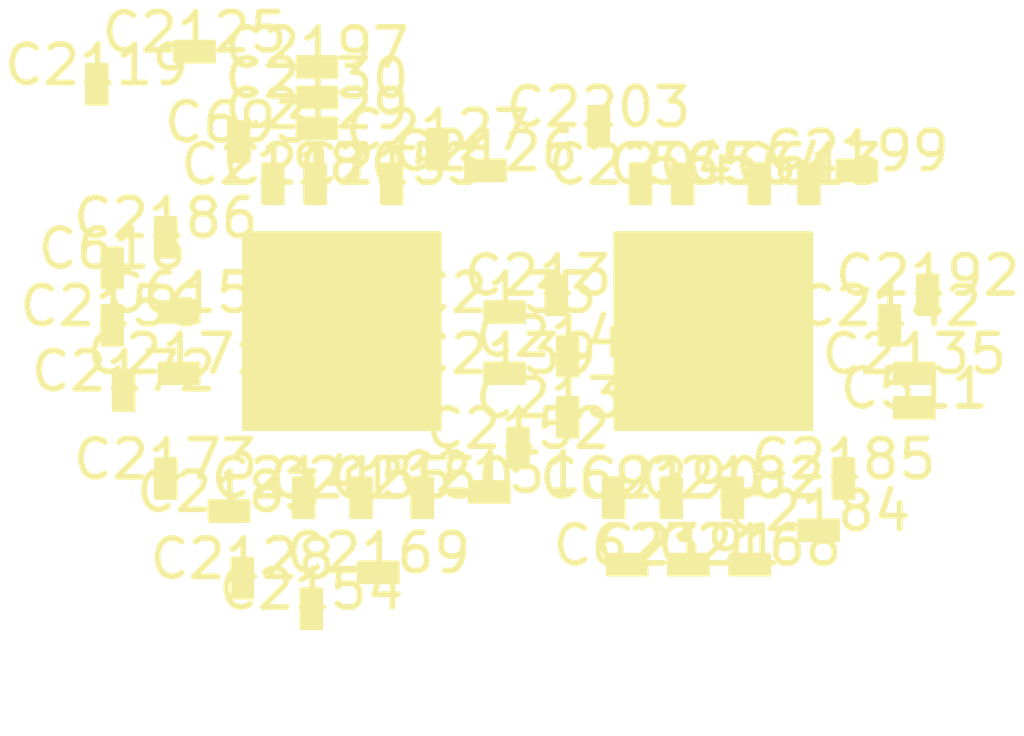
<source format=kicad_pcb>
(kicad_pcb (version 20211014) (generator kiutils)
  (layers (0 "F.Cu" signal) (31 "B.Cu" signal) (34 "B.Paste" user) (35 "F.Paste" user) (36 "B.SilkS" user "B.Silkscreen") (37 "F.SilkS" user "F.Silkscreen") (38 "B.Mask" user) (39 "F.Mask" user) (44 "Edge.Cuts" user))
  (net 0 "")
  (net 0 "N45")
  (net 1 "N73")
  (net 2 "N74")
  (net 3 "N430")
  (net 4 "N431")
  (net 5 "N451")
  (net 6 "N452")
  (net 7 "N455")
  (net 8 "N456")
  (net 9 "N500")
  (net 10 "N501")
  (net 11 "N525")
  (net 12 "N526")
  (net 13 "N527")
  (net 14 "N528")
  (net 15 "N535")
  (net 16 "N536")
  (net 17 "N537")
  (net 18 "N538")
  (net 19 "N1836")
  (net 20 "N1837")
  (net 21 "N3608")
  (net 22 "N3609")
  (net 23 "N3610")
  (net 24 "N3611")
  (net 25 "N3612")
  (net 26 "N3613")
  (net 27 "N3614")
  (net 28 "N3615")
  (net 29 "N3616")
  (net 30 "N3617")
  (net 31 "N3618")
  (net 32 "N3619")
  (net 33 "N4119")
  (net 34 "N4122")
  (net 35 "N4128")
  (net 36 "N4129")
  (net 37 "N4138")
  (net 38 "N4139")
  (net 39 "N4160")
  (net 40 "N4163")
  (net 41 "N4171")
  (net 42 "N4172")
  (net 43 "N4178")
  (net 44 "N4179")
  (net 45 "N4185")
  (net 46 "N4187")
  (net 47 "N4194")
  (net 48 "N4196")
  (net 49 "N4212")
  (net 50 "N4213")
  (net 51 "N4214")
  (net 52 "N4215")
  (net 53 "N4230")
  (net 54 "N4231")
  (net 55 "N4232")
  (net 56 "N4233")
  (net 57 "N4243")
  (net 58 "N4244")
  (net 59 "N4246")
  (net 60 "N4247")
  (net 61 "N4249")
  (net 62 "N4250")
  (net 63 "N4257")
  (net 64 "N4258")
  (net 65 "N4260")
  (net 66 "N4261")
  (net 67 "N4263")
  (net 68 "N4264")
  (net 69 "N4302")
  (net 70 "N4303")
  (net 71 "N4307")
  (net 72 "N4308")
  (net 73 "N4312")
  (net 74 "N4313")
  (net 75 "N4317")
  (net 76 "N4318")
  (net 77 "N4382")
  (net 78 "N4383")
  (net 79 "N4387")
  (net 80 "N4388")
  (net 81 "N4392")
  (net 82 "N4393")
  (net 83 "N4397")
  (net 84 "N4398")
  (net 85 "N4427")
  (net 86 "N4428")
  (net 87 "N4585")
  (net 88 "N4586")
  (net 89 "N4590")
  (net 90 "N4591")
  (net 91 "N4649")
  (net 92 "N4651")
  (net 93 "N4658")
  (net 94 "N4660")
  (footprint "C2153" (layer "F.Cu") (at 7.95 3.7)
    (fp_text reference "C2153" (at 0 -0.5 unlocked) (layer "F.SilkS") (effects (font (size 1.0 1.0))))
    (fp_text value "C2153")
    (fp_poly (pts (xy -0.25 -0.5) (xy 0.2499999999999991 -0.5) (xy 0.2499999999999991 0.5) (xy -0.25 0.5)) (layer "F.SilkS") (width 0.12) (fill solid))
    (pad "0" smd rect (at 0.0 0.40000000000000036) (size 0.1 0.1) (layers "F.Cu") (net 0 "N45"))
  )
  (footprint "C2170" (layer "F.Cu") (at 5.95 3.7)
    (fp_text reference "C2170" (at 0 -0.5 unlocked) (layer "F.SilkS") (effects (font (size 1.0 1.0))))
    (fp_text value "C2170")
    (fp_poly (pts (xy -0.25 -0.5) (xy 0.25 -0.5) (xy 0.25 0.5) (xy -0.25 0.5)) (layer "F.SilkS") (width 0.12) (fill solid))
    (pad "0" smd rect (at 0.0 0.40000000000000036) (size 0.1 0.1) (layers "F.Cu") (net 0 "N45"))
  )
  (footprint "C564" (layer "F.Cu") (at 17.55 3.7)
    (fp_text reference "C564" (at 0 -0.5 unlocked) (layer "F.SilkS") (effects (font (size 1.0 1.0))))
    (fp_text value "C564")
    (fp_poly (pts (xy -0.25 -0.5) (xy 0.25 -0.5) (xy 0.25 0.5) (xy -0.25 0.5)) (layer "F.SilkS") (width 0.12) (fill solid))
    (pad "0" smd rect (at 0.0 0.40000000000000036) (size 0.1 0.1) (layers "F.Cu") (net 0 "N45"))
  )
  (footprint "C565" (layer "F.Cu") (at 15.55 3.7)
    (fp_text reference "C565" (at 0 -0.5 unlocked) (layer "F.SilkS") (effects (font (size 1.0 1.0))))
    (fp_text value "C565")
    (fp_poly (pts (xy -0.25 -0.5) (xy 0.25 -0.5) (xy 0.25 0.5) (xy -0.25 0.5)) (layer "F.SilkS") (width 0.12) (fill solid))
    (pad "0" smd rect (at 0.0 0.40000000000000036) (size 0.1 0.1) (layers "F.Cu") (net 0 "N45"))
  )
  (footprint "C693" (layer "F.Cu") (at 3.95 2.6)
    (fp_text reference "C693" (at 0 -0.5 unlocked) (layer "F.SilkS") (effects (font (size 1.0 1.0))))
    (fp_text value "C693")
    (fp_poly (pts (xy -0.25 -0.5) (xy 0.25 -0.5) (xy 0.25 0.5) (xy -0.25 0.5)) (layer "F.SilkS") (width 0.12) (fill solid))
    (pad "0" smd rect (at 0.0 -0.3999999999999999) (size 0.1 0.1) (layers "F.Cu") (net 49 "N4212"))
    (pad "1" smd rect (at 0.0 0.3999999999999999) (size 0.1 0.1) (layers "F.Cu") (net 50 "N4213"))
  )
  (footprint "C2186" (layer "F.Cu") (at 2.05 5.1)
    (fp_text reference "C2186" (at 0 -0.5 unlocked) (layer "F.SilkS") (effects (font (size 1.0 1.0))))
    (fp_text value "C2186")
    (fp_poly (pts (xy -0.25 -0.5) (xy 0.25 -0.5) (xy 0.25 0.5) (xy -0.25 0.5)) (layer "F.SilkS") (width 0.12) (fill solid))
    (pad "0" smd rect (at 0.0 0.40000000000000036) (size 0.1 0.1) (layers "F.Cu") (net 53 "N4230"))
    (pad "1" smd rect (at 0.0 -0.40000000000000036) (size 0.1 0.1) (layers "F.Cu") (net 54 "N4231"))
  )
  (footprint "C2173" (layer "F.Cu") (at 2.05 11.4)
    (fp_text reference "C2173" (at 0 -0.5 unlocked) (layer "F.SilkS") (effects (font (size 1.0 1.0))))
    (fp_text value "C2173")
    (fp_poly (pts (xy -0.25 -0.5) (xy 0.25 -0.5) (xy 0.25 0.5) (xy -0.25 0.5)) (layer "F.SilkS") (width 0.12) (fill solid))
    (pad "0" smd rect (at 0.0 0.40000000000000036) (size 0.1 0.1) (layers "F.Cu") (net 91 "N4649"))
    (pad "1" smd rect (at 0.0 -0.40000000000000036) (size 0.1 0.1) (layers "F.Cu") (net 92 "N4651"))
  )
  (footprint "C2172" (layer "F.Cu") (at 0.95 9.1)
    (fp_text reference "C2172" (at 0 -0.5 unlocked) (layer "F.SilkS") (effects (font (size 1.0 1.0))))
    (fp_text value "C2172")
    (fp_poly (pts (xy -0.25 -0.5) (xy 0.25 -0.5) (xy 0.25 0.5) (xy -0.25 0.5)) (layer "F.SilkS") (width 0.12) (fill solid))
    (pad "0" smd rect (at 0.0 -0.3000000000000007) (size 0.1 0.1) (layers "F.Cu") (net 93 "N4658"))
    (pad "1" smd rect (at 0.0 0.40000000000000036) (size 0.1 0.1) (layers "F.Cu") (net 94 "N4660"))
  )
  (footprint "C2171" (layer "F.Cu") (at 2.4 8.65)
    (fp_text reference "C2171" (at 0 -0.5 unlocked) (layer "F.SilkS") (effects (font (size 1.0 1.0))))
    (fp_text value "C2171")
    (fp_poly (pts (xy -0.5 -0.25) (xy 0.5 -0.25) (xy 0.5 0.25) (xy -0.5 0.25)) (layer "F.SilkS") (width 0.12) (fill solid))
    (pad "0" smd rect (at -0.3999999999999999 0.0) (size 0.1 0.1) (layers "F.Cu") (net 41 "N4171"))
    (pad "1" smd rect (at 0.3999999999999999 0.0) (size 0.1 0.1) (layers "F.Cu") (net 42 "N4172"))
  )
  (footprint "C2156" (layer "F.Cu") (at 0.65 7.4)
    (fp_text reference "C2156" (at 0 -0.5 unlocked) (layer "F.SilkS") (effects (font (size 1.0 1.0))))
    (fp_text value "C2156")
    (fp_poly (pts (xy -0.25 -0.5) (xy 0.25 -0.5) (xy 0.25 0.5) (xy -0.25 0.5)) (layer "F.SilkS") (width 0.12) (fill solid))
    (pad "0" smd rect (at 0.0 -0.2999999999999998) (size 0.1 0.1) (layers "F.Cu") (net 43 "N4178"))
    (pad "1" smd rect (at 0.0 0.40000000000000036) (size 0.1 0.1) (layers "F.Cu") (net 44 "N4179"))
  )
  (footprint "C2155" (layer "F.Cu") (at 7.15 11.9)
    (fp_text reference "C2155" (at 0 -0.5 unlocked) (layer "F.SilkS") (effects (font (size 1.0 1.0))))
    (fp_text value "C2155")
    (fp_poly (pts (xy -0.25 -0.5) (xy 0.25 -0.5) (xy 0.25 0.5) (xy -0.25 0.5)) (layer "F.SilkS") (width 0.12) (fill solid))
    (pad "0" smd rect (at 0.0 0.40000000000000036) (size 0.1 0.1) (layers "F.Cu") (net 37 "N4138"))
    (pad "1" smd rect (at 0.0 -0.3000000000000007) (size 0.1 0.1) (layers "F.Cu") (net 38 "N4139"))
  )
  (footprint "C2154" (layer "F.Cu") (at 5.85 14.8)
    (fp_text reference "C2154" (at 0 -0.5 unlocked) (layer "F.SilkS") (effects (font (size 1.0 1.0))))
    (fp_text value "C2154")
    (fp_poly (pts (xy -0.25 -0.5) (xy 0.25 -0.5) (xy 0.25 0.5) (xy -0.25 0.5)) (layer "F.SilkS") (width 0.12) (fill solid))
    (pad "0" smd rect (at 0.0 0.40000000000000036) (size 0.1 0.1) (layers "F.Cu") (net 45 "N4185"))
    (pad "1" smd rect (at 0.0 -0.40000000000000036) (size 0.1 0.1) (layers "F.Cu") (net 46 "N4187"))
  )
  (footprint "C2141" (layer "F.Cu") (at 5.65 11.9)
    (fp_text reference "C2141" (at 0 -0.5 unlocked) (layer "F.SilkS") (effects (font (size 1.0 1.0))))
    (fp_text value "C2141")
    (fp_poly (pts (xy -0.25 -0.5) (xy 0.25 -0.5) (xy 0.25 0.5) (xy -0.25 0.5)) (layer "F.SilkS") (width 0.12) (fill solid))
    (pad "0" smd rect (at 0.0 0.40000000000000036) (size 0.1 0.1) (layers "F.Cu") (net 47 "N4194"))
    (pad "1" smd rect (at 0.0 -0.3000000000000007) (size 0.1 0.1) (layers "F.Cu") (net 48 "N4196"))
  )
  (footprint "C2128" (layer "F.Cu") (at 4.05 14.0)
    (fp_text reference "C2128" (at 0 -0.5 unlocked) (layer "F.SilkS") (effects (font (size 1.0 1.0))))
    (fp_text value "C2128")
    (fp_poly (pts (xy -0.25 -0.5) (xy 0.25 -0.5) (xy 0.25 0.5) (xy -0.25 0.5)) (layer "F.SilkS") (width 0.12) (fill solid))
    (pad "0" smd rect (at 0.0 0.3000000000000007) (size 0.1 0.1) (layers "F.Cu") (net 33 "N4119"))
    (pad "1" smd rect (at 0.0 -0.40000000000000036) (size 0.1 0.1) (layers "F.Cu") (net 34 "N4122"))
  )
  (footprint "C615" (layer "F.Cu") (at 2.4 7.05)
    (fp_text reference "C615" (at 0 -0.5 unlocked) (layer "F.SilkS") (effects (font (size 1.0 1.0))))
    (fp_text value "C615")
    (fp_poly (pts (xy -0.5 -0.25) (xy 0.5 -0.25) (xy 0.5 0.25) (xy -0.5 0.25)) (layer "F.SilkS") (width 0.12) (fill solid))
    (pad "0" smd rect (at -0.3999999999999999 0.0) (size 0.1 0.1) (layers "F.Cu") (net 3 "N430"))
    (pad "1" smd rect (at 0.3999999999999999 0.0) (size 0.1 0.1) (layers "F.Cu") (net 4 "N431"))
  )
  (footprint "C616" (layer "F.Cu") (at 0.65 5.9)
    (fp_text reference "C616" (at 0 -0.5 unlocked) (layer "F.SilkS") (effects (font (size 1.0 1.0))))
    (fp_text value "C616")
    (fp_poly (pts (xy -0.25 -0.5) (xy 0.25 -0.5) (xy 0.25 0.5) (xy -0.25 0.5)) (layer "F.SilkS") (width 0.12) (fill solid))
    (pad "0" smd rect (at 0.0 -0.40000000000000036) (size 0.1 0.1) (layers "F.Cu") (net 5 "N451"))
    (pad "1" smd rect (at 0.0 0.40000000000000036) (size 0.1 0.1) (layers "F.Cu") (net 6 "N452"))
  )
  (footprint "C623" (layer "F.Cu") (at 14.1 13.65)
    (fp_text reference "C623" (at 0 -0.5 unlocked) (layer "F.SilkS") (effects (font (size 1.0 1.0))))
    (fp_text value "C623")
    (fp_poly (pts (xy -0.5 -0.25) (xy 0.5 -0.25) (xy 0.5 0.25) (xy -0.5 0.25)) (layer "F.SilkS") (width 0.12) (fill solid))
    (pad "0" smd rect (at -0.40000000000000036 0.0) (size 0.1 0.1) (layers "F.Cu") (net 55 "N4232"))
    (pad "1" smd rect (at 0.3000000000000007 0.0) (size 0.1 0.1) (layers "F.Cu") (net 56 "N4233"))
  )
  (footprint "C692" (layer "F.Cu") (at 13.75 11.9)
    (fp_text reference "C692" (at 0 -0.5 unlocked) (layer "F.SilkS") (effects (font (size 1.0 1.0))))
    (fp_text value "C692")
    (fp_poly (pts (xy -0.25 -0.5) (xy 0.25 -0.5) (xy 0.25 0.5) (xy -0.25 0.5)) (layer "F.SilkS") (width 0.12) (fill solid))
    (pad "0" smd rect (at 0.0 0.40000000000000036) (size 0.1 0.1) (layers "F.Cu") (net 51 "N4214"))
    (pad "1" smd rect (at 0.0 -0.3000000000000007) (size 0.1 0.1) (layers "F.Cu") (net 52 "N4215"))
  )
  (footprint "C613" (layer "F.Cu") (at 18.85 3.7)
    (fp_text reference "C613" (at 0 -0.5 unlocked) (layer "F.SilkS") (effects (font (size 1.0 1.0))))
    (fp_text value "C613")
    (fp_poly (pts (xy -0.25 -0.5) (xy 0.25 -0.5) (xy 0.25 0.5) (xy -0.25 0.5)) (layer "F.SilkS") (width 0.12) (fill solid))
    (pad "0" smd rect (at 0.0 -0.2999999999999998) (size 0.1 0.1) (layers "F.Cu") (net 7 "N455"))
    (pad "1" smd rect (at 0.0 0.40000000000000036) (size 0.1 0.1) (layers "F.Cu") (net 8 "N456"))
  )
  (footprint "C511" (layer "F.Cu") (at 21.6 9.55)
    (fp_text reference "C511" (at 0 -0.5 unlocked) (layer "F.SilkS") (effects (font (size 1.0 1.0))))
    (fp_text value "C511")
    (fp_poly (pts (xy -0.5 -0.25) (xy 0.5 -0.25) (xy 0.5 0.25) (xy -0.5 0.25)) (layer "F.SilkS") (width 0.12) (fill solid))
    (pad "0" smd rect (at 0.3000000000000007 0.0) (size 0.1 0.1) (layers "F.Cu") (net 35 "N4128"))
    (pad "1" smd rect (at -0.3999999999999986 0.0) (size 0.1 0.1) (layers "F.Cu") (net 36 "N4129"))
  )
  (footprint "C2204" (layer "F.Cu") (at 14.45 3.7)
    (fp_text reference "C2204" (at 0 -0.5 unlocked) (layer "F.SilkS") (effects (font (size 1.0 1.0))))
    (fp_text value "C2204")
    (fp_poly (pts (xy -0.25 -0.5) (xy 0.25 -0.5) (xy 0.25 0.5) (xy -0.25 0.5)) (layer "F.SilkS") (width 0.12) (fill solid))
    (pad "0" smd rect (at 0.0 0.40000000000000036) (size 0.1 0.1) (layers "F.Cu") (net 0 "N45"))
    (pad "1" smd rect (at 0.0 -0.2999999999999998) (size 0.1 0.1) (layers "F.Cu") (net 2 "N74"))
  )
  (footprint "C2203" (layer "F.Cu") (at 13.35 2.2)
    (fp_text reference "C2203" (at 0 -0.5 unlocked) (layer "F.SilkS") (effects (font (size 1.0 1.0))))
    (fp_text value "C2203")
    (fp_poly (pts (xy -0.25 -0.5) (xy 0.25 -0.5) (xy 0.25 0.5) (xy -0.25 0.5)) (layer "F.SilkS") (width 0.12) (fill solid))
    (pad "0" smd rect (at 0.0 0.3999999999999999) (size 0.1 0.1) (layers "F.Cu") (net 2 "N74"))
  )
  (footprint "C2198" (layer "F.Cu") (at 4.85 3.7)
    (fp_text reference "C2198" (at 0 -0.5 unlocked) (layer "F.SilkS") (effects (font (size 1.0 1.0))))
    (fp_text value "C2198")
    (fp_poly (pts (xy -0.25 -0.5) (xy 0.25 -0.5) (xy 0.25 0.5) (xy -0.25 0.5)) (layer "F.SilkS") (width 0.12) (fill solid))
    (pad "0" smd rect (at 0.0 0.40000000000000036) (size 0.1 0.1) (layers "F.Cu") (net 0 "N45"))
    (pad "1" smd rect (at 0.0 -0.2999999999999998) (size 0.1 0.1) (layers "F.Cu") (net 1 "N73"))
  )
  (footprint "C2197" (layer "F.Cu") (at 6.0 0.65)
    (fp_text reference "C2197" (at 0 -0.5 unlocked) (layer "F.SilkS") (effects (font (size 1.0 1.0))))
    (fp_text value "C2197")
    (fp_poly (pts (xy -0.5 -0.25) (xy 0.5 -0.25) (xy 0.5 0.25) (xy -0.5 0.25)) (layer "F.SilkS") (width 0.12) (fill solid))
    (pad "0" smd rect (at -0.2999999999999998 0.0) (size 0.1 0.1) (layers "F.Cu") (net 1 "N73"))
  )
  (footprint "C2125" (layer "F.Cu") (at 2.8 0.25)
    (fp_text reference "C2125" (at 0 -0.5 unlocked) (layer "F.SilkS") (effects (font (size 1.0 1.0))))
    (fp_text value "C2125")
    (fp_poly (pts (xy -0.5 -0.25) (xy 0.5 -0.25) (xy 0.5 0.25) (xy -0.5 0.25)) (layer "F.SilkS") (width 0.12) (fill solid))
    (pad "0" smd rect (at 0.3999999999999999 0.0) (size 0.1 0.1) (layers "F.Cu") (net 0 "N45"))
    (pad "1" smd rect (at -0.3999999999999999 0.0) (size 0.1 0.1) (layers "F.Cu") (net 19 "N1836"))
  )
  (footprint "C2119" (layer "F.Cu") (at 0.25 1.1)
    (fp_text reference "C2119" (at 0 -0.5 unlocked) (layer "F.SilkS") (effects (font (size 1.0 1.0))))
    (fp_text value "C2119")
    (fp_poly (pts (xy -0.25 -0.5) (xy 0.25 -0.5) (xy 0.25 0.5) (xy -0.25 0.5)) (layer "F.SilkS") (width 0.12) (fill solid))
    (pad "0" smd rect (at 0.0 0.3999999999999999) (size 0.1 0.1) (layers "F.Cu") (net 0 "N45"))
    (pad "1" smd rect (at 0.0 -0.30000000000000004) (size 0.1 0.1) (layers "F.Cu") (net 20 "N1837"))
  )
  (footprint "C2130" (layer "F.Cu") (at 6.0 1.45)
    (fp_text reference "C2130" (at 0 -0.5 unlocked) (layer "F.SilkS") (effects (font (size 1.0 1.0))))
    (fp_text value "C2130")
    (fp_poly (pts (xy -0.5 -0.25) (xy 0.5 -0.25) (xy 0.5 0.25) (xy -0.5 0.25)) (layer "F.SilkS") (width 0.12) (fill solid))
    (pad "0" smd rect (at -0.2999999999999998 0.0) (size 0.1 0.1) (layers "F.Cu") (net 9 "N500"))
    (pad "1" smd rect (at 0.40000000000000036 0.0) (size 0.1 0.1) (layers "F.Cu") (net 10 "N501"))
  )
  (footprint "C2129" (layer "F.Cu") (at 6.0 2.25)
    (fp_text reference "C2129" (at 0 -0.5 unlocked) (layer "F.SilkS") (effects (font (size 1.0 1.0))))
    (fp_text value "C2129")
    (fp_poly (pts (xy -0.5 -0.25) (xy 0.5 -0.25) (xy 0.5 0.25) (xy -0.5 0.25)) (layer "F.SilkS") (width 0.12) (fill solid))
    (pad "0" smd rect (at -0.2999999999999998 0.0) (size 0.1 0.1) (layers "F.Cu") (net 0 "N45"))
    (pad "1" smd rect (at 0.40000000000000036 0.0) (size 0.1 0.1) (layers "F.Cu") (net 10 "N501"))
  )
  (footprint "C2199" (layer "F.Cu") (at 20.1 3.35)
    (fp_text reference "C2199" (at 0 -0.5 unlocked) (layer "F.SilkS") (effects (font (size 1.0 1.0))))
    (fp_text value "C2199")
    (fp_poly (pts (xy -0.5 -0.25) (xy 0.5 -0.25) (xy 0.5 0.25) (xy -0.5 0.25)) (layer "F.SilkS") (width 0.12) (fill solid))
    (pad "0" smd rect (at -0.3000000000000007 0.0) (size 0.1 0.1) (layers "F.Cu") (net 11 "N525"))
    (pad "1" smd rect (at 0.3999999999999986 0.0) (size 0.1 0.1) (layers "F.Cu") (net 12 "N526"))
  )
  (footprint "C2192" (layer "F.Cu") (at 21.95 6.6)
    (fp_text reference "C2192" (at 0 -0.5 unlocked) (layer "F.SilkS") (effects (font (size 1.0 1.0))))
    (fp_text value "C2192")
    (fp_poly (pts (xy -0.25 -0.5) (xy 0.25 -0.5) (xy 0.25 0.5) (xy -0.25 0.5)) (layer "F.SilkS") (width 0.12) (fill solid))
    (pad "0" smd rect (at 0.0 0.40000000000000036) (size 0.1 0.1) (layers "F.Cu") (net 13 "N527"))
    (pad "1" smd rect (at 0.0 -0.40000000000000036) (size 0.1 0.1) (layers "F.Cu") (net 14 "N528"))
  )
  (footprint "C2142" (layer "F.Cu") (at 20.95 7.4)
    (fp_text reference "C2142" (at 0 -0.5 unlocked) (layer "F.SilkS") (effects (font (size 1.0 1.0))))
    (fp_text value "C2142")
    (fp_poly (pts (xy -0.25 -0.5) (xy 0.25 -0.5) (xy 0.25 0.5) (xy -0.25 0.5)) (layer "F.SilkS") (width 0.12) (fill solid))
    (pad "0" smd rect (at 0.0 -0.2999999999999998) (size 0.1 0.1) (layers "F.Cu") (net 15 "N535"))
    (pad "1" smd rect (at 0.0 0.40000000000000036) (size 0.1 0.1) (layers "F.Cu") (net 16 "N536"))
  )
  (footprint "C2135" (layer "F.Cu") (at 21.6 8.65)
    (fp_text reference "C2135" (at 0 -0.5 unlocked) (layer "F.SilkS") (effects (font (size 1.0 1.0))))
    (fp_text value "C2135")
    (fp_poly (pts (xy -0.5 -0.25) (xy 0.5 -0.25) (xy 0.5 0.25) (xy -0.5 0.25)) (layer "F.SilkS") (width 0.12) (fill solid))
    (pad "0" smd rect (at 0.3000000000000007 0.0) (size 0.1 0.1) (layers "F.Cu") (net 17 "N537"))
    (pad "1" smd rect (at -0.3999999999999986 0.0) (size 0.1 0.1) (layers "F.Cu") (net 18 "N538"))
  )
  (footprint "C2169" (layer "F.Cu") (at 7.6 13.85)
    (fp_text reference "C2169" (at 0 -0.5 unlocked) (layer "F.SilkS") (effects (font (size 1.0 1.0))))
    (fp_text value "C2169")
    (fp_poly (pts (xy -0.5 -0.25) (xy 0.5 -0.25) (xy 0.5 0.25) (xy -0.5 0.25)) (layer "F.SilkS") (width 0.12) (fill solid))
    (pad "0" smd rect (at -0.40000000000000036 0.0) (size 0.1 0.1) (layers "F.Cu") (net 39 "N4160"))
    (pad "1" smd rect (at 0.2999999999999998 0.0) (size 0.1 0.1) (layers "F.Cu") (net 40 "N4163"))
  )
  (footprint "C2168" (layer "F.Cu") (at 17.3 13.65)
    (fp_text reference "C2168" (at 0 -0.5 unlocked) (layer "F.SilkS") (effects (font (size 1.0 1.0))))
    (fp_text value "C2168")
    (fp_poly (pts (xy -0.5 -0.25) (xy 0.5 -0.25) (xy 0.5 0.25) (xy -0.5 0.25)) (layer "F.SilkS") (width 0.12) (fill solid))
    (pad "0" smd rect (at -0.3999999999999986 0.0) (size 0.1 0.1) (layers "F.Cu") (net 61 "N4249"))
    (pad "1" smd rect (at 0.3999999999999986 0.0) (size 0.1 0.1) (layers "F.Cu") (net 62 "N4250"))
  )
  (footprint "C2182" (layer "F.Cu") (at 16.85 11.9)
    (fp_text reference "C2182" (at 0 -0.5 unlocked) (layer "F.SilkS") (effects (font (size 1.0 1.0))))
    (fp_text value "C2182")
    (fp_poly (pts (xy -0.25 -0.5) (xy 0.25 -0.5) (xy 0.25 0.5) (xy -0.25 0.5)) (layer "F.SilkS") (width 0.12) (fill solid))
    (pad "0" smd rect (at 0.0 0.40000000000000036) (size 0.1 0.1) (layers "F.Cu") (net 67 "N4263"))
    (pad "1" smd rect (at 0.0 -0.3000000000000007) (size 0.1 0.1) (layers "F.Cu") (net 68 "N4264"))
  )
  (footprint "C2127" (layer "F.Cu") (at 9.15 2.8)
    (fp_text reference "C2127" (at 0 -0.5 unlocked) (layer "F.SilkS") (effects (font (size 1.0 1.0))))
    (fp_text value "C2127")
    (fp_poly (pts (xy -0.25 -0.5) (xy 0.25 -0.5) (xy 0.25 0.5) (xy -0.25 0.5)) (layer "F.SilkS") (width 0.12) (fill solid))
    (pad "0" smd rect (at 0.0 -0.3999999999999999) (size 0.1 0.1) (layers "F.Cu") (net 87 "N4585"))
    (pad "1" smd rect (at 0.0 0.3999999999999999) (size 0.1 0.1) (layers "F.Cu") (net 88 "N4586"))
  )
  (footprint "C2126" (layer "F.Cu") (at 10.4 3.35)
    (fp_text reference "C2126" (at 0 -0.5 unlocked) (layer "F.SilkS") (effects (font (size 1.0 1.0))))
    (fp_text value "C2126")
    (fp_poly (pts (xy -0.5 -0.25) (xy 0.5 -0.25) (xy 0.5 0.25) (xy -0.5 0.25)) (layer "F.SilkS") (width 0.12) (fill solid))
    (pad "0" smd rect (at -0.40000000000000036 0.0) (size 0.1 0.1) (layers "F.Cu") (net 77 "N4382"))
    (pad "1" smd rect (at 0.40000000000000036 0.0) (size 0.1 0.1) (layers "F.Cu") (net 78 "N4383"))
  )
  (footprint "C2134" (layer "F.Cu") (at 12.25 6.6)
    (fp_text reference "C2134" (at 0 -0.5 unlocked) (layer "F.SilkS") (effects (font (size 1.0 1.0))))
    (fp_text value "C2134")
    (fp_poly (pts (xy -0.25 -0.5) (xy 0.25 -0.5) (xy 0.25 0.5) (xy -0.25 0.5)) (layer "F.SilkS") (width 0.12) (fill solid))
    (pad "0" smd rect (at 0.0 0.40000000000000036) (size 0.1 0.1) (layers "F.Cu") (net 81 "N4392"))
    (pad "1" smd rect (at 0.0 -0.40000000000000036) (size 0.1 0.1) (layers "F.Cu") (net 82 "N4393"))
  )
  (footprint "C2133" (layer "F.Cu") (at 10.9 7.05)
    (fp_text reference "C2133" (at 0 -0.5 unlocked) (layer "F.SilkS") (effects (font (size 1.0 1.0))))
    (fp_text value "C2133")
    (fp_poly (pts (xy -0.5 -0.25) (xy 0.5 -0.25) (xy 0.5 0.25) (xy -0.5 0.25)) (layer "F.SilkS") (width 0.12) (fill solid))
    (pad "0" smd rect (at 0.40000000000000036 0.0) (size 0.1 0.1) (layers "F.Cu") (net 69 "N4302"))
    (pad "1" smd rect (at -0.3000000000000007 0.0) (size 0.1 0.1) (layers "F.Cu") (net 70 "N4303"))
  )
  (footprint "C2140" (layer "F.Cu") (at 12.55 8.2)
    (fp_text reference "C2140" (at 0 -0.5 unlocked) (layer "F.SilkS") (effects (font (size 1.0 1.0))))
    (fp_text value "C2140")
    (fp_poly (pts (xy -0.25 -0.5) (xy 0.25 -0.5) (xy 0.25 0.5) (xy -0.25 0.5)) (layer "F.SilkS") (width 0.12) (fill solid))
    (pad "0" smd rect (at 0.0 0.40000000000000036) (size 0.1 0.1) (layers "F.Cu") (net 73 "N4312"))
    (pad "1" smd rect (at 0.0 -0.40000000000000036) (size 0.1 0.1) (layers "F.Cu") (net 74 "N4313"))
  )
  (footprint "C2139" (layer "F.Cu") (at 10.9 8.65)
    (fp_text reference "C2139" (at 0 -0.5 unlocked) (layer "F.SilkS") (effects (font (size 1.0 1.0))))
    (fp_text value "C2139")
    (fp_poly (pts (xy -0.5 -0.25) (xy 0.5 -0.25) (xy 0.5 0.25) (xy -0.5 0.25)) (layer "F.SilkS") (width 0.12) (fill solid))
    (pad "0" smd rect (at 0.40000000000000036 0.0) (size 0.1 0.1) (layers "F.Cu") (net 89 "N4590"))
    (pad "1" smd rect (at -0.3000000000000007 0.0) (size 0.1 0.1) (layers "F.Cu") (net 90 "N4591"))
  )
  (footprint "C2138" (layer "F.Cu") (at 12.55 9.8)
    (fp_text reference "C2138" (at 0 -0.5 unlocked) (layer "F.SilkS") (effects (font (size 1.0 1.0))))
    (fp_text value "C2138")
    (fp_poly (pts (xy -0.25 -0.5) (xy 0.25 -0.5) (xy 0.25 0.5) (xy -0.25 0.5)) (layer "F.SilkS") (width 0.12) (fill solid))
    (pad "0" smd rect (at 0.0 0.3000000000000007) (size 0.1 0.1) (layers "F.Cu") (net 79 "N4387"))
    (pad "1" smd rect (at 0.0 -0.40000000000000036) (size 0.1 0.1) (layers "F.Cu") (net 80 "N4388"))
  )
  (footprint "C2152" (layer "F.Cu") (at 11.25 10.6)
    (fp_text reference "C2152" (at 0 -0.5 unlocked) (layer "F.SilkS") (effects (font (size 1.0 1.0))))
    (fp_text value "C2152")
    (fp_poly (pts (xy -0.25 -0.5) (xy 0.25 -0.5) (xy 0.25 0.5) (xy -0.25 0.5)) (layer "F.SilkS") (width 0.12) (fill solid))
    (pad "0" smd rect (at 0.0 -0.40000000000000036) (size 0.1 0.1) (layers "F.Cu") (net 83 "N4397"))
    (pad "1" smd rect (at 0.0 0.3000000000000007) (size 0.1 0.1) (layers "F.Cu") (net 84 "N4398"))
  )
  (footprint "C2151" (layer "F.Cu") (at 10.5 11.75)
    (fp_text reference "C2151" (at 0 -0.5 unlocked) (layer "F.SilkS") (effects (font (size 1.0 1.0))))
    (fp_text value "C2151")
    (fp_poly (pts (xy -0.5 -0.25) (xy 0.5 -0.25) (xy 0.5 0.25) (xy -0.5 0.25)) (layer "F.SilkS") (width 0.12) (fill solid))
    (pad "0" smd rect (at -0.40000000000000036 0.0) (size 0.1 0.1) (layers "F.Cu") (net 71 "N4307"))
    (pad "1" smd rect (at 0.40000000000000036 0.0) (size 0.1 0.1) (layers "F.Cu") (net 72 "N4308"))
  )
  (footprint "C2150" (layer "F.Cu") (at 8.75 11.9)
    (fp_text reference "C2150" (at 0 -0.5 unlocked) (layer "F.SilkS") (effects (font (size 1.0 1.0))))
    (fp_text value "C2150")
    (fp_poly (pts (xy -0.25 -0.5) (xy 0.25 -0.5) (xy 0.25 0.5) (xy -0.25 0.5)) (layer "F.SilkS") (width 0.12) (fill solid))
    (pad "0" smd rect (at 0.0 0.40000000000000036) (size 0.1 0.1) (layers "F.Cu") (net 75 "N4317"))
    (pad "1" smd rect (at 0.0 -0.3000000000000007) (size 0.1 0.1) (layers "F.Cu") (net 76 "N4318"))
  )
  (footprint "C2185" (layer "F.Cu") (at 19.75 11.4)
    (fp_text reference "C2185" (at 0 -0.5 unlocked) (layer "F.SilkS") (effects (font (size 1.0 1.0))))
    (fp_text value "C2185")
    (fp_poly (pts (xy -0.25 -0.5) (xy 0.25 -0.5) (xy 0.25 0.5) (xy -0.25 0.5)) (layer "F.SilkS") (width 0.12) (fill solid))
    (pad "0" smd rect (at 0.0 0.40000000000000036) (size 0.1 0.1) (layers "F.Cu") (net 59 "N4246"))
    (pad "1" smd rect (at 0.0 -0.40000000000000036) (size 0.1 0.1) (layers "F.Cu") (net 60 "N4247"))
  )
  (footprint "C2184" (layer "F.Cu") (at 19.1 12.75)
    (fp_text reference "C2184" (at 0 -0.5 unlocked) (layer "F.SilkS") (effects (font (size 1.0 1.0))))
    (fp_text value "C2184")
    (fp_poly (pts (xy -0.5 -0.25) (xy 0.5 -0.25) (xy 0.5 0.25) (xy -0.5 0.25)) (layer "F.SilkS") (width 0.12) (fill solid))
    (pad "0" smd rect (at -0.3000000000000007 0.0) (size 0.1 0.1) (layers "F.Cu") (net 65 "N4260"))
    (pad "1" smd rect (at 0.3999999999999986 0.0) (size 0.1 0.1) (layers "F.Cu") (net 66 "N4261"))
  )
  (footprint "C2183" (layer "F.Cu") (at 3.7 12.25)
    (fp_text reference "C2183" (at 0 -0.5 unlocked) (layer "F.SilkS") (effects (font (size 1.0 1.0))))
    (fp_text value "C2183")
    (fp_poly (pts (xy -0.5 -0.25) (xy 0.5 -0.25) (xy 0.5 0.25) (xy -0.5 0.25)) (layer "F.SilkS") (width 0.12) (fill solid))
    (pad "0" smd rect (at -0.3999999999999999 0.0) (size 0.1 0.1) (layers "F.Cu") (net 85 "N4427"))
    (pad "1" smd rect (at 0.2999999999999998 0.0) (size 0.1 0.1) (layers "F.Cu") (net 86 "N4428"))
  )
  (footprint "C2191" (layer "F.Cu") (at 15.7 13.65)
    (fp_text reference "C2191" (at 0 -0.5 unlocked) (layer "F.SilkS") (effects (font (size 1.0 1.0))))
    (fp_text value "C2191")
    (fp_poly (pts (xy -0.5 -0.25) (xy 0.5 -0.25) (xy 0.5 0.25) (xy -0.5 0.25)) (layer "F.SilkS") (width 0.12) (fill solid))
    (pad "0" smd rect (at -0.40000000000000036 0.0) (size 0.1 0.1) (layers "F.Cu") (net 57 "N4243"))
    (pad "1" smd rect (at 0.3000000000000007 0.0) (size 0.1 0.1) (layers "F.Cu") (net 58 "N4244"))
  )
  (footprint "C2190" (layer "F.Cu") (at 15.25 11.9)
    (fp_text reference "C2190" (at 0 -0.5 unlocked) (layer "F.SilkS") (effects (font (size 1.0 1.0))))
    (fp_text value "C2190")
    (fp_poly (pts (xy -0.25 -0.5) (xy 0.25 -0.5) (xy 0.25 0.5) (xy -0.25 0.5)) (layer "F.SilkS") (width 0.12) (fill solid))
    (pad "0" smd rect (at 0.0 0.40000000000000036) (size 0.1 0.1) (layers "F.Cu") (net 63 "N4257"))
    (pad "1" smd rect (at 0.0 -0.3000000000000007) (size 0.1 0.1) (layers "F.Cu") (net 64 "N4258"))
  )
  (footprint "C448" (layer "F.Cu") (at 16.35 7.55)
    (fp_text reference "C448" (at 0 -0.5 unlocked) (layer "F.SilkS") (effects (font (size 1.0 1.0))))
    (fp_text value "C448")
    (fp_poly (pts (xy -2.5500000000000007 -2.55) (xy 2.5500000000000007 -2.55) (xy 2.5500000000000007 2.55) (xy -2.5500000000000007 2.55)) (layer "F.SilkS") (width 0.12) (fill solid))
    (pad "0" smd rect (at 1.1999999999999993 -2.3999999999999995) (size 0.1 0.1) (layers "F.Cu") (net 0 "N45"))
    (pad "1" smd rect (at -0.6999999999999993 -2.3999999999999995) (size 0.1 0.1) (layers "F.Cu") (net 0 "N45"))
    (pad "2" smd rect (at -1.1999999999999993 -2.3999999999999995) (size 0.1 0.1) (layers "F.Cu") (net 2 "N74"))
    (pad "3" smd rect (at 2.3999999999999986 -1.7000000000000002) (size 0.1 0.1) (layers "F.Cu") (net 8 "N456"))
    (pad "4" smd rect (at -0.1999999999999993 -2.3999999999999995) (size 0.1 0.1) (layers "F.Cu") (net 10 "N501"))
    (pad "5" smd rect (at 2.3999999999999986 -1.2000000000000002) (size 0.1 0.1) (layers "F.Cu") (net 12 "N526"))
    (pad "6" smd rect (at 2.3999999999999986 -0.7000000000000002) (size 0.1 0.1) (layers "F.Cu") (net 14 "N528"))
    (pad "7" smd rect (at 2.3999999999999986 -0.20000000000000018) (size 0.1 0.1) (layers "F.Cu") (net 16 "N536"))
    (pad "8" smd rect (at 2.3999999999999986 0.20000000000000018) (size 0.1 0.1) (layers "F.Cu") (net 18 "N538"))
    (pad "9" smd rect (at 0.1999999999999993 -2.3999999999999995) (size 0.1 0.1) (layers "F.Cu") (net 19 "N1836"))
    (pad "10" smd rect (at 0.6999999999999993 -2.3999999999999995) (size 0.1 0.1) (layers "F.Cu") (net 20 "N1837"))
    (pad "11" smd rect (at 2.3999999999999986 1.2000000000000002) (size 0.1 0.1) (layers "F.Cu") (net 22 "N3609"))
    (pad "12" smd rect (at 2.3999999999999986 1.7000000000000002) (size 0.1 0.1) (layers "F.Cu") (net 23 "N3610"))
    (pad "13" smd rect (at -2.4000000000000004 1.7000000000000002) (size 0.1 0.1) (layers "F.Cu") (net 24 "N3611"))
    (pad "14" smd rect (at -2.4000000000000004 1.2000000000000002) (size 0.1 0.1) (layers "F.Cu") (net 25 "N3612"))
    (pad "15" smd rect (at -2.4000000000000004 0.7000000000000002) (size 0.1 0.1) (layers "F.Cu") (net 26 "N3613"))
    (pad "16" smd rect (at -2.4000000000000004 0.20000000000000018) (size 0.1 0.1) (layers "F.Cu") (net 27 "N3614"))
    (pad "17" smd rect (at -2.4000000000000004 -0.20000000000000018) (size 0.1 0.1) (layers "F.Cu") (net 28 "N3615"))
    (pad "18" smd rect (at -2.4000000000000004 -0.7000000000000002) (size 0.1 0.1) (layers "F.Cu") (net 29 "N3616"))
    (pad "19" smd rect (at -2.4000000000000004 -1.2000000000000002) (size 0.1 0.1) (layers "F.Cu") (net 30 "N3617"))
    (pad "20" smd rect (at -2.4000000000000004 -1.7000000000000002) (size 0.1 0.1) (layers "F.Cu") (net 31 "N3618"))
    (pad "21" smd rect (at 1.6999999999999993 -2.3999999999999995) (size 0.1 0.1) (layers "F.Cu") (net 32 "N3619"))
    (pad "22" smd rect (at 2.3999999999999986 0.7000000000000002) (size 0.1 0.1) (layers "F.Cu") (net 36 "N4129"))
    (pad "23" smd rect (at -1.6999999999999993 2.3999999999999995) (size 0.1 0.1) (layers "F.Cu") (net 52 "N4215"))
    (pad "24" smd rect (at -1.1999999999999993 2.3999999999999995) (size 0.1 0.1) (layers "F.Cu") (net 56 "N4233"))
    (pad "25" smd rect (at -0.1999999999999993 2.3999999999999995) (size 0.1 0.1) (layers "F.Cu") (net 58 "N4244"))
    (pad "26" smd rect (at 1.6999999999999993 2.3999999999999995) (size 0.1 0.1) (layers "F.Cu") (net 60 "N4247"))
    (pad "27" smd rect (at 0.6999999999999993 2.3999999999999995) (size 0.1 0.1) (layers "F.Cu") (net 62 "N4250"))
    (pad "28" smd rect (at -0.6999999999999993 2.3999999999999995) (size 0.1 0.1) (layers "F.Cu") (net 64 "N4258"))
    (pad "29" smd rect (at 1.1999999999999993 2.3999999999999995) (size 0.1 0.1) (layers "F.Cu") (net 66 "N4261"))
    (pad "30" smd rect (at 0.1999999999999993 2.3999999999999995) (size 0.1 0.1) (layers "F.Cu") (net 68 "N4264"))
  )
  (footprint "C449" (layer "F.Cu") (at 6.6499999999999995 7.55)
    (fp_text reference "C449" (at 0 -0.5 unlocked) (layer "F.SilkS") (effects (font (size 1.0 1.0))))
    (fp_text value "C449")
    (fp_poly (pts (xy -2.55 -2.55) (xy 2.55 -2.55) (xy 2.55 2.55) (xy -2.55 2.55)) (layer "F.SilkS") (width 0.12) (fill solid))
    (pad "0" smd rect (at 1.2000000000000002 -2.3999999999999995) (size 0.1 0.1) (layers "F.Cu") (net 0 "N45"))
    (pad "1" smd rect (at -0.7000000000000002 -2.3999999999999995) (size 0.1 0.1) (layers "F.Cu") (net 0 "N45"))
    (pad "2" smd rect (at -1.2000000000000002 -2.3999999999999995) (size 0.1 0.1) (layers "F.Cu") (net 1 "N73"))
    (pad "3" smd rect (at -2.3999999999999995 -0.20000000000000018) (size 0.1 0.1) (layers "F.Cu") (net 4 "N431"))
    (pad "4" smd rect (at -2.3999999999999995 -0.7000000000000002) (size 0.1 0.1) (layers "F.Cu") (net 6 "N452"))
    (pad "5" smd rect (at -0.20000000000000018 -2.3999999999999995) (size 0.1 0.1) (layers "F.Cu") (net 10 "N501"))
    (pad "6" smd rect (at 0.20000000000000018 -2.3999999999999995) (size 0.1 0.1) (layers "F.Cu") (net 19 "N1836"))
    (pad "7" smd rect (at 0.7000000000000002 -2.3999999999999995) (size 0.1 0.1) (layers "F.Cu") (net 20 "N1837"))
    (pad "8" smd rect (at 1.7000000000000002 -2.3999999999999995) (size 0.1 0.1) (layers "F.Cu") (net 21 "N3608"))
    (pad "9" smd rect (at -1.2000000000000002 2.3999999999999995) (size 0.1 0.1) (layers "F.Cu") (net 34 "N4122"))
    (pad "10" smd rect (at 0.20000000000000018 2.3999999999999995) (size 0.1 0.1) (layers "F.Cu") (net 38 "N4139"))
    (pad "11" smd rect (at 0.7000000000000002 2.3999999999999995) (size 0.1 0.1) (layers "F.Cu") (net 40 "N4163"))
    (pad "12" smd rect (at -2.3999999999999995 0.7000000000000002) (size 0.1 0.1) (layers "F.Cu") (net 42 "N4172"))
    (pad "13" smd rect (at -2.3999999999999995 0.20000000000000018) (size 0.1 0.1) (layers "F.Cu") (net 44 "N4179"))
    (pad "14" smd rect (at -0.20000000000000018 2.3999999999999995) (size 0.1 0.1) (layers "F.Cu") (net 46 "N4187"))
    (pad "15" smd rect (at -0.7000000000000002 2.3999999999999995) (size 0.1 0.1) (layers "F.Cu") (net 48 "N4196"))
    (pad "16" smd rect (at -2.3999999999999995 -1.7000000000000002) (size 0.1 0.1) (layers "F.Cu") (net 50 "N4213"))
    (pad "17" smd rect (at -2.3999999999999995 -1.2000000000000002) (size 0.1 0.1) (layers "F.Cu") (net 54 "N4231"))
    (pad "18" smd rect (at 2.3999999999999995 -0.20000000000000018) (size 0.1 0.1) (layers "F.Cu") (net 70 "N4303"))
    (pad "19" smd rect (at 1.7000000000000002 2.3999999999999995) (size 0.1 0.1) (layers "F.Cu") (net 72 "N4308"))
    (pad "20" smd rect (at 2.3999999999999995 0.20000000000000018) (size 0.1 0.1) (layers "F.Cu") (net 74 "N4313"))
    (pad "21" smd rect (at 1.2000000000000002 2.3999999999999995) (size 0.1 0.1) (layers "F.Cu") (net 76 "N4318"))
    (pad "22" smd rect (at 2.3999999999999995 -1.2000000000000002) (size 0.1 0.1) (layers "F.Cu") (net 78 "N4383"))
    (pad "23" smd rect (at 2.3999999999999995 1.2000000000000002) (size 0.1 0.1) (layers "F.Cu") (net 80 "N4388"))
    (pad "24" smd rect (at 2.3999999999999995 -0.7000000000000002) (size 0.1 0.1) (layers "F.Cu") (net 82 "N4393"))
    (pad "25" smd rect (at 2.3999999999999995 1.7000000000000002) (size 0.1 0.1) (layers "F.Cu") (net 84 "N4398"))
    (pad "26" smd rect (at -1.7000000000000002 2.3999999999999995) (size 0.1 0.1) (layers "F.Cu") (net 85 "N4427"))
    (pad "27" smd rect (at 2.3999999999999995 -1.7000000000000002) (size 0.1 0.1) (layers "F.Cu") (net 88 "N4586"))
    (pad "28" smd rect (at 2.3999999999999995 0.7000000000000002) (size 0.1 0.1) (layers "F.Cu") (net 90 "N4591"))
    (pad "29" smd rect (at -2.3999999999999995 1.7000000000000002) (size 0.1 0.1) (layers "F.Cu") (net 92 "N4651"))
    (pad "30" smd rect (at -2.3999999999999995 1.2000000000000002) (size 0.1 0.1) (layers "F.Cu") (net 94 "N4660"))
  )
)
</source>
